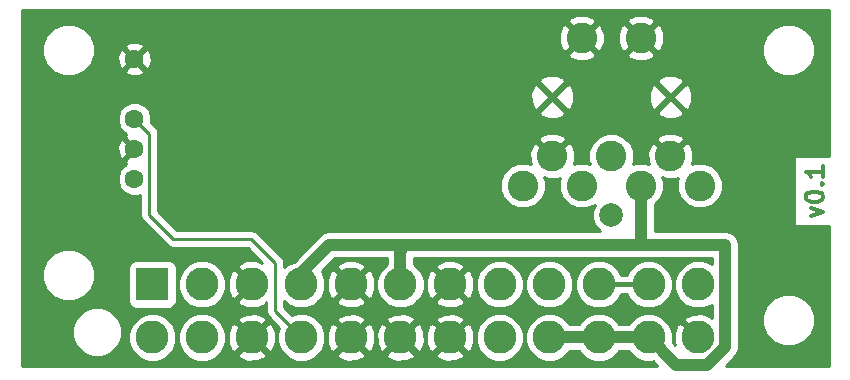
<source format=gtl>
G04 #@! TF.FileFunction,Copper,L1,Top,Signal*
%FSLAX46Y46*%
G04 Gerber Fmt 4.6, Leading zero omitted, Abs format (unit mm)*
G04 Created by KiCad (PCBNEW 4.0.7) date 07/10/18 00:50:01*
%MOMM*%
%LPD*%
G01*
G04 APERTURE LIST*
%ADD10C,0.100000*%
%ADD11C,0.300000*%
%ADD12C,2.600000*%
%ADD13C,2.000000*%
%ADD14R,2.800000X2.800000*%
%ADD15C,2.800000*%
%ADD16C,1.600000*%
%ADD17C,0.391000*%
%ADD18C,1.020000*%
%ADD19C,0.250000*%
%ADD20C,0.254000*%
G04 APERTURE END LIST*
D10*
D11*
X183574571Y-116950856D02*
X184574571Y-116593713D01*
X183574571Y-116236571D01*
X183074571Y-115379428D02*
X183074571Y-115236571D01*
X183146000Y-115093714D01*
X183217429Y-115022285D01*
X183360286Y-114950856D01*
X183646000Y-114879428D01*
X184003143Y-114879428D01*
X184288857Y-114950856D01*
X184431714Y-115022285D01*
X184503143Y-115093714D01*
X184574571Y-115236571D01*
X184574571Y-115379428D01*
X184503143Y-115522285D01*
X184431714Y-115593714D01*
X184288857Y-115665142D01*
X184003143Y-115736571D01*
X183646000Y-115736571D01*
X183360286Y-115665142D01*
X183217429Y-115593714D01*
X183146000Y-115522285D01*
X183074571Y-115379428D01*
X184431714Y-114236571D02*
X184503143Y-114165143D01*
X184574571Y-114236571D01*
X184503143Y-114308000D01*
X184431714Y-114236571D01*
X184574571Y-114236571D01*
X184574571Y-112736571D02*
X184574571Y-113593714D01*
X184574571Y-113165142D02*
X183074571Y-113165142D01*
X183288857Y-113307999D01*
X183431714Y-113450857D01*
X183503143Y-113593714D01*
D12*
X169124000Y-101854000D03*
X164124000Y-101854000D03*
X161624000Y-111854000D03*
X166624000Y-111854000D03*
X171624000Y-111854000D03*
X164124000Y-114354000D03*
X169124000Y-114354000D03*
X159124000Y-114354000D03*
X174124000Y-114354000D03*
D13*
X166624000Y-116854000D03*
D14*
X127776000Y-122718000D03*
D15*
X131976000Y-122718000D03*
X136176000Y-122718000D03*
X140376000Y-122718000D03*
X144576000Y-122718000D03*
X148776000Y-122718000D03*
X152976000Y-122718000D03*
X157176000Y-122718000D03*
X161376000Y-122718000D03*
X165576000Y-122718000D03*
X169776000Y-122718000D03*
X173976000Y-122718000D03*
X127776000Y-127218000D03*
X131976000Y-127218000D03*
X136176000Y-127218000D03*
X140376000Y-127218000D03*
X144576000Y-127218000D03*
X148776000Y-127218000D03*
X152976000Y-127218000D03*
X157176000Y-127218000D03*
X161376000Y-127218000D03*
X165576000Y-127218000D03*
X169776000Y-127218000D03*
X173976000Y-127218000D03*
D16*
X126254000Y-103632000D03*
X126254000Y-113792000D03*
X126254000Y-111252000D03*
X126254000Y-108712000D03*
D17*
X165576000Y-122718000D02*
X169776000Y-122718000D01*
D18*
X169124000Y-114354000D02*
X169164000Y-114394000D01*
X169164000Y-114394000D02*
X169164000Y-119380000D01*
X148776000Y-122718000D02*
X148776000Y-119380000D01*
X148844000Y-119888000D02*
X148844000Y-119380000D01*
X148844000Y-119448000D02*
X148844000Y-119888000D01*
X148776000Y-119380000D02*
X148844000Y-119448000D01*
X140376000Y-122718000D02*
X140376000Y-121752000D01*
X140376000Y-121752000D02*
X142748000Y-119380000D01*
X142748000Y-119380000D02*
X148844000Y-119380000D01*
X148844000Y-119380000D02*
X169164000Y-119380000D01*
X169164000Y-119380000D02*
X174150000Y-119380000D01*
X172098000Y-129540000D02*
X169776000Y-127218000D01*
X174752000Y-129540000D02*
X172098000Y-129540000D01*
X176276000Y-128016000D02*
X174752000Y-129540000D01*
X176276000Y-119380000D02*
X176276000Y-128016000D01*
X174150000Y-119380000D02*
X176276000Y-119380000D01*
X165576000Y-127218000D02*
X161376000Y-127218000D01*
X169776000Y-127218000D02*
X165576000Y-127218000D01*
D19*
X161376000Y-127218000D02*
X161376000Y-127086000D01*
X140376000Y-122718000D02*
X140934000Y-122718000D01*
X140376000Y-127218000D02*
X140376000Y-127168000D01*
X140376000Y-127168000D02*
X138176000Y-124968000D01*
X138176000Y-124968000D02*
X138176000Y-120904000D01*
X138176000Y-120904000D02*
X136144000Y-118872000D01*
X136144000Y-118872000D02*
X129540000Y-118872000D01*
X129540000Y-118872000D02*
X127508000Y-116840000D01*
X127508000Y-116840000D02*
X127508000Y-109966000D01*
X127508000Y-109966000D02*
X126254000Y-108712000D01*
D20*
G36*
X185042000Y-111815857D02*
X182061000Y-111815857D01*
X182061000Y-117800142D01*
X185042000Y-117800142D01*
X185042000Y-129592000D01*
X176319274Y-129592000D01*
X177085637Y-128825638D01*
X177258514Y-128566909D01*
X177333842Y-128454173D01*
X177421000Y-128016000D01*
X177421000Y-126172619D01*
X179374613Y-126172619D01*
X179714155Y-126994372D01*
X180342321Y-127623636D01*
X181163481Y-127964611D01*
X182052619Y-127965387D01*
X182874372Y-127625845D01*
X183503636Y-126997679D01*
X183844611Y-126176519D01*
X183845387Y-125287381D01*
X183505845Y-124465628D01*
X182877679Y-123836364D01*
X182056519Y-123495389D01*
X181167381Y-123494613D01*
X180345628Y-123834155D01*
X179716364Y-124462321D01*
X179375389Y-125283481D01*
X179374613Y-126172619D01*
X177421000Y-126172619D01*
X177421000Y-119380000D01*
X177333842Y-118941827D01*
X177085637Y-118570363D01*
X176714173Y-118322158D01*
X176276000Y-118235000D01*
X170309000Y-118235000D01*
X170309000Y-115905186D01*
X170763457Y-115451521D01*
X171058663Y-114740584D01*
X171059335Y-113970793D01*
X170931222Y-113660735D01*
X171287880Y-113798066D01*
X172057427Y-113778710D01*
X172311372Y-113673523D01*
X172189337Y-113967416D01*
X172188665Y-114737207D01*
X172482630Y-115448658D01*
X173026479Y-115993457D01*
X173737416Y-116288663D01*
X174507207Y-116289335D01*
X175218658Y-115995370D01*
X175763457Y-115451521D01*
X176058663Y-114740584D01*
X176059335Y-113970793D01*
X175765370Y-113259342D01*
X175221521Y-112714543D01*
X174510584Y-112419337D01*
X173740793Y-112418665D01*
X173430735Y-112546778D01*
X173568066Y-112190120D01*
X173548710Y-111420573D01*
X173291455Y-110799504D01*
X172993459Y-110664146D01*
X171803605Y-111854000D01*
X171817748Y-111868143D01*
X171638143Y-112047748D01*
X171624000Y-112033605D01*
X171609858Y-112047748D01*
X171430253Y-111868143D01*
X171444395Y-111854000D01*
X170254541Y-110664146D01*
X169956545Y-110799504D01*
X169679934Y-111517880D01*
X169699290Y-112287427D01*
X169804477Y-112541372D01*
X169510584Y-112419337D01*
X168740793Y-112418665D01*
X168431683Y-112546386D01*
X168558663Y-112240584D01*
X168559335Y-111470793D01*
X168265370Y-110759342D01*
X167991049Y-110484541D01*
X170434146Y-110484541D01*
X171624000Y-111674395D01*
X172813854Y-110484541D01*
X172678496Y-110186545D01*
X171960120Y-109909934D01*
X171190573Y-109929290D01*
X170569504Y-110186545D01*
X170434146Y-110484541D01*
X167991049Y-110484541D01*
X167721521Y-110214543D01*
X167010584Y-109919337D01*
X166240793Y-109918665D01*
X165529342Y-110212630D01*
X164984543Y-110756479D01*
X164689337Y-111467416D01*
X164688665Y-112237207D01*
X164816386Y-112546317D01*
X164510584Y-112419337D01*
X163740793Y-112418665D01*
X163430735Y-112546778D01*
X163568066Y-112190120D01*
X163548710Y-111420573D01*
X163291455Y-110799504D01*
X162993459Y-110664146D01*
X161803605Y-111854000D01*
X161817748Y-111868143D01*
X161638143Y-112047748D01*
X161624000Y-112033605D01*
X161609858Y-112047748D01*
X161430253Y-111868143D01*
X161444395Y-111854000D01*
X160254541Y-110664146D01*
X159956545Y-110799504D01*
X159679934Y-111517880D01*
X159699290Y-112287427D01*
X159804477Y-112541372D01*
X159510584Y-112419337D01*
X158740793Y-112418665D01*
X158029342Y-112712630D01*
X157484543Y-113256479D01*
X157189337Y-113967416D01*
X157188665Y-114737207D01*
X157482630Y-115448658D01*
X158026479Y-115993457D01*
X158737416Y-116288663D01*
X159507207Y-116289335D01*
X160218658Y-115995370D01*
X160763457Y-115451521D01*
X161058663Y-114740584D01*
X161059335Y-113970793D01*
X160931222Y-113660735D01*
X161287880Y-113798066D01*
X162057427Y-113778710D01*
X162311372Y-113673523D01*
X162189337Y-113967416D01*
X162188665Y-114737207D01*
X162482630Y-115448658D01*
X163026479Y-115993457D01*
X163737416Y-116288663D01*
X164507207Y-116289335D01*
X165208426Y-115999598D01*
X164989284Y-116527352D01*
X164988716Y-117177795D01*
X165237106Y-117778943D01*
X165692366Y-118235000D01*
X142748000Y-118235000D01*
X142309828Y-118322157D01*
X141938363Y-118570362D01*
X139722633Y-120786093D01*
X139224771Y-120991805D01*
X138936000Y-121280073D01*
X138936000Y-120904000D01*
X138878148Y-120613161D01*
X138713401Y-120366599D01*
X136681401Y-118334599D01*
X136434839Y-118169852D01*
X136144000Y-118112000D01*
X129854802Y-118112000D01*
X128268000Y-116525198D01*
X128268000Y-110484541D01*
X160434146Y-110484541D01*
X161624000Y-111674395D01*
X162813854Y-110484541D01*
X162678496Y-110186545D01*
X161960120Y-109909934D01*
X161190573Y-109929290D01*
X160569504Y-110186545D01*
X160434146Y-110484541D01*
X128268000Y-110484541D01*
X128268000Y-109966000D01*
X128210148Y-109675161D01*
X128045401Y-109428599D01*
X127667256Y-109050454D01*
X127688750Y-108998691D01*
X127689248Y-108427813D01*
X127574944Y-108151175D01*
X160506430Y-108151175D01*
X160629565Y-108438788D01*
X161311734Y-108698707D01*
X162041443Y-108677786D01*
X162618435Y-108438788D01*
X162741570Y-108151175D01*
X170506430Y-108151175D01*
X170629565Y-108438788D01*
X171311734Y-108698707D01*
X172041443Y-108677786D01*
X172618435Y-108438788D01*
X172741570Y-108151175D01*
X171624000Y-107033605D01*
X170506430Y-108151175D01*
X162741570Y-108151175D01*
X161624000Y-107033605D01*
X160506430Y-108151175D01*
X127574944Y-108151175D01*
X127471243Y-107900200D01*
X127067923Y-107496176D01*
X126540691Y-107277250D01*
X125969813Y-107276752D01*
X125442200Y-107494757D01*
X125038176Y-107898077D01*
X124819250Y-108425309D01*
X124818752Y-108996187D01*
X125036757Y-109523800D01*
X125440077Y-109927824D01*
X125554768Y-109975448D01*
X125499995Y-109998136D01*
X125425861Y-110244255D01*
X126254000Y-111072395D01*
X126268142Y-111058252D01*
X126447748Y-111237858D01*
X126433605Y-111252000D01*
X126447748Y-111266143D01*
X126268142Y-111445748D01*
X126254000Y-111431605D01*
X125425861Y-112259745D01*
X125499995Y-112505864D01*
X125558254Y-112526805D01*
X125442200Y-112574757D01*
X125038176Y-112978077D01*
X124819250Y-113505309D01*
X124818752Y-114076187D01*
X125036757Y-114603800D01*
X125440077Y-115007824D01*
X125967309Y-115226750D01*
X126538187Y-115227248D01*
X126748000Y-115140555D01*
X126748000Y-116840000D01*
X126805852Y-117130839D01*
X126970599Y-117377401D01*
X129002599Y-119409401D01*
X129249161Y-119574148D01*
X129540000Y-119632000D01*
X135829198Y-119632000D01*
X137085324Y-120888126D01*
X136535969Y-120674595D01*
X135726591Y-120692386D01*
X135061455Y-120967894D01*
X134913882Y-121276276D01*
X136176000Y-122538395D01*
X136190142Y-122524252D01*
X136369748Y-122703858D01*
X136355605Y-122718000D01*
X136369748Y-122732142D01*
X136190142Y-122911748D01*
X136176000Y-122897605D01*
X134913882Y-124159724D01*
X135061455Y-124468106D01*
X135816031Y-124761405D01*
X136625409Y-124743614D01*
X137290545Y-124468106D01*
X137416000Y-124205944D01*
X137416000Y-124968000D01*
X137473852Y-125258839D01*
X137638599Y-125505401D01*
X138518359Y-126385161D01*
X138341354Y-126811438D01*
X138340648Y-127621011D01*
X138649805Y-128369229D01*
X139221760Y-128942183D01*
X139969438Y-129252646D01*
X140779011Y-129253352D01*
X141527229Y-128944195D01*
X141812196Y-128659724D01*
X143313882Y-128659724D01*
X143461455Y-128968106D01*
X144216031Y-129261405D01*
X145025409Y-129243614D01*
X145690545Y-128968106D01*
X145838118Y-128659724D01*
X147513882Y-128659724D01*
X147661455Y-128968106D01*
X148416031Y-129261405D01*
X149225409Y-129243614D01*
X149890545Y-128968106D01*
X150038118Y-128659724D01*
X151713882Y-128659724D01*
X151861455Y-128968106D01*
X152616031Y-129261405D01*
X153425409Y-129243614D01*
X154090545Y-128968106D01*
X154238118Y-128659724D01*
X152976000Y-127397605D01*
X151713882Y-128659724D01*
X150038118Y-128659724D01*
X148776000Y-127397605D01*
X147513882Y-128659724D01*
X145838118Y-128659724D01*
X144576000Y-127397605D01*
X143313882Y-128659724D01*
X141812196Y-128659724D01*
X142100183Y-128372240D01*
X142410646Y-127624562D01*
X142411314Y-126858031D01*
X142532595Y-126858031D01*
X142550386Y-127667409D01*
X142825894Y-128332545D01*
X143134276Y-128480118D01*
X144396395Y-127218000D01*
X144755605Y-127218000D01*
X146017724Y-128480118D01*
X146326106Y-128332545D01*
X146619405Y-127577969D01*
X146603580Y-126858031D01*
X146732595Y-126858031D01*
X146750386Y-127667409D01*
X147025894Y-128332545D01*
X147334276Y-128480118D01*
X148596395Y-127218000D01*
X148955605Y-127218000D01*
X150217724Y-128480118D01*
X150526106Y-128332545D01*
X150819405Y-127577969D01*
X150803580Y-126858031D01*
X150932595Y-126858031D01*
X150950386Y-127667409D01*
X151225894Y-128332545D01*
X151534276Y-128480118D01*
X152796395Y-127218000D01*
X153155605Y-127218000D01*
X154417724Y-128480118D01*
X154726106Y-128332545D01*
X155002674Y-127621011D01*
X155140648Y-127621011D01*
X155449805Y-128369229D01*
X156021760Y-128942183D01*
X156769438Y-129252646D01*
X157579011Y-129253352D01*
X158327229Y-128944195D01*
X158900183Y-128372240D01*
X159210646Y-127624562D01*
X159211352Y-126814989D01*
X158902195Y-126066771D01*
X158330240Y-125493817D01*
X157582562Y-125183354D01*
X156772989Y-125182648D01*
X156024771Y-125491805D01*
X155451817Y-126063760D01*
X155141354Y-126811438D01*
X155140648Y-127621011D01*
X155002674Y-127621011D01*
X155019405Y-127577969D01*
X155001614Y-126768591D01*
X154726106Y-126103455D01*
X154417724Y-125955882D01*
X153155605Y-127218000D01*
X152796395Y-127218000D01*
X151534276Y-125955882D01*
X151225894Y-126103455D01*
X150932595Y-126858031D01*
X150803580Y-126858031D01*
X150801614Y-126768591D01*
X150526106Y-126103455D01*
X150217724Y-125955882D01*
X148955605Y-127218000D01*
X148596395Y-127218000D01*
X147334276Y-125955882D01*
X147025894Y-126103455D01*
X146732595Y-126858031D01*
X146603580Y-126858031D01*
X146601614Y-126768591D01*
X146326106Y-126103455D01*
X146017724Y-125955882D01*
X144755605Y-127218000D01*
X144396395Y-127218000D01*
X143134276Y-125955882D01*
X142825894Y-126103455D01*
X142532595Y-126858031D01*
X142411314Y-126858031D01*
X142411352Y-126814989D01*
X142102195Y-126066771D01*
X141812207Y-125776276D01*
X143313882Y-125776276D01*
X144576000Y-127038395D01*
X145838118Y-125776276D01*
X147513882Y-125776276D01*
X148776000Y-127038395D01*
X150038118Y-125776276D01*
X151713882Y-125776276D01*
X152976000Y-127038395D01*
X154238118Y-125776276D01*
X154090545Y-125467894D01*
X153335969Y-125174595D01*
X152526591Y-125192386D01*
X151861455Y-125467894D01*
X151713882Y-125776276D01*
X150038118Y-125776276D01*
X149890545Y-125467894D01*
X149135969Y-125174595D01*
X148326591Y-125192386D01*
X147661455Y-125467894D01*
X147513882Y-125776276D01*
X145838118Y-125776276D01*
X145690545Y-125467894D01*
X144935969Y-125174595D01*
X144126591Y-125192386D01*
X143461455Y-125467894D01*
X143313882Y-125776276D01*
X141812207Y-125776276D01*
X141530240Y-125493817D01*
X140782562Y-125183354D01*
X139972989Y-125182648D01*
X139613845Y-125331043D01*
X138936000Y-124653198D01*
X138936000Y-124155924D01*
X139221760Y-124442183D01*
X139969438Y-124752646D01*
X140779011Y-124753352D01*
X141527229Y-124444195D01*
X141812196Y-124159724D01*
X143313882Y-124159724D01*
X143461455Y-124468106D01*
X144216031Y-124761405D01*
X145025409Y-124743614D01*
X145690545Y-124468106D01*
X145838118Y-124159724D01*
X144576000Y-122897605D01*
X143313882Y-124159724D01*
X141812196Y-124159724D01*
X142100183Y-123872240D01*
X142410646Y-123124562D01*
X142411314Y-122358031D01*
X142532595Y-122358031D01*
X142550386Y-123167409D01*
X142825894Y-123832545D01*
X143134276Y-123980118D01*
X144396395Y-122718000D01*
X144755605Y-122718000D01*
X146017724Y-123980118D01*
X146326106Y-123832545D01*
X146619405Y-123077969D01*
X146601614Y-122268591D01*
X146326106Y-121603455D01*
X146017724Y-121455882D01*
X144755605Y-122718000D01*
X144396395Y-122718000D01*
X143134276Y-121455882D01*
X142825894Y-121603455D01*
X142532595Y-122358031D01*
X142411314Y-122358031D01*
X142411352Y-122314989D01*
X142125091Y-121622183D01*
X142470998Y-121276276D01*
X143313882Y-121276276D01*
X144576000Y-122538395D01*
X145838118Y-121276276D01*
X145690545Y-120967894D01*
X144935969Y-120674595D01*
X144126591Y-120692386D01*
X143461455Y-120967894D01*
X143313882Y-121276276D01*
X142470998Y-121276276D01*
X143222275Y-120525000D01*
X147631000Y-120525000D01*
X147631000Y-120989231D01*
X147624771Y-120991805D01*
X147051817Y-121563760D01*
X146741354Y-122311438D01*
X146740648Y-123121011D01*
X147049805Y-123869229D01*
X147621760Y-124442183D01*
X148369438Y-124752646D01*
X149179011Y-124753352D01*
X149927229Y-124444195D01*
X150212196Y-124159724D01*
X151713882Y-124159724D01*
X151861455Y-124468106D01*
X152616031Y-124761405D01*
X153425409Y-124743614D01*
X154090545Y-124468106D01*
X154238118Y-124159724D01*
X152976000Y-122897605D01*
X151713882Y-124159724D01*
X150212196Y-124159724D01*
X150500183Y-123872240D01*
X150810646Y-123124562D01*
X150811314Y-122358031D01*
X150932595Y-122358031D01*
X150950386Y-123167409D01*
X151225894Y-123832545D01*
X151534276Y-123980118D01*
X152796395Y-122718000D01*
X153155605Y-122718000D01*
X154417724Y-123980118D01*
X154726106Y-123832545D01*
X155002674Y-123121011D01*
X155140648Y-123121011D01*
X155449805Y-123869229D01*
X156021760Y-124442183D01*
X156769438Y-124752646D01*
X157579011Y-124753352D01*
X158327229Y-124444195D01*
X158900183Y-123872240D01*
X159210646Y-123124562D01*
X159210649Y-123121011D01*
X159340648Y-123121011D01*
X159649805Y-123869229D01*
X160221760Y-124442183D01*
X160969438Y-124752646D01*
X161779011Y-124753352D01*
X162527229Y-124444195D01*
X163100183Y-123872240D01*
X163410646Y-123124562D01*
X163410649Y-123121011D01*
X163540648Y-123121011D01*
X163849805Y-123869229D01*
X164421760Y-124442183D01*
X165169438Y-124752646D01*
X165979011Y-124753352D01*
X166727229Y-124444195D01*
X167300183Y-123872240D01*
X167434612Y-123548500D01*
X167917283Y-123548500D01*
X168049805Y-123869229D01*
X168621760Y-124442183D01*
X169369438Y-124752646D01*
X170179011Y-124753352D01*
X170927229Y-124444195D01*
X171500183Y-123872240D01*
X171810646Y-123124562D01*
X171811352Y-122314989D01*
X171502195Y-121566771D01*
X170930240Y-120993817D01*
X170182562Y-120683354D01*
X169372989Y-120682648D01*
X168624771Y-120991805D01*
X168051817Y-121563760D01*
X167917388Y-121887500D01*
X167434717Y-121887500D01*
X167302195Y-121566771D01*
X166730240Y-120993817D01*
X165982562Y-120683354D01*
X165172989Y-120682648D01*
X164424771Y-120991805D01*
X163851817Y-121563760D01*
X163541354Y-122311438D01*
X163540648Y-123121011D01*
X163410649Y-123121011D01*
X163411352Y-122314989D01*
X163102195Y-121566771D01*
X162530240Y-120993817D01*
X161782562Y-120683354D01*
X160972989Y-120682648D01*
X160224771Y-120991805D01*
X159651817Y-121563760D01*
X159341354Y-122311438D01*
X159340648Y-123121011D01*
X159210649Y-123121011D01*
X159211352Y-122314989D01*
X158902195Y-121566771D01*
X158330240Y-120993817D01*
X157582562Y-120683354D01*
X156772989Y-120682648D01*
X156024771Y-120991805D01*
X155451817Y-121563760D01*
X155141354Y-122311438D01*
X155140648Y-123121011D01*
X155002674Y-123121011D01*
X155019405Y-123077969D01*
X155001614Y-122268591D01*
X154726106Y-121603455D01*
X154417724Y-121455882D01*
X153155605Y-122718000D01*
X152796395Y-122718000D01*
X151534276Y-121455882D01*
X151225894Y-121603455D01*
X150932595Y-122358031D01*
X150811314Y-122358031D01*
X150811352Y-122314989D01*
X150502195Y-121566771D01*
X150212207Y-121276276D01*
X151713882Y-121276276D01*
X152976000Y-122538395D01*
X154238118Y-121276276D01*
X154090545Y-120967894D01*
X153335969Y-120674595D01*
X152526591Y-120692386D01*
X151861455Y-120967894D01*
X151713882Y-121276276D01*
X150212207Y-121276276D01*
X149930240Y-120993817D01*
X149921000Y-120989980D01*
X149921000Y-120525000D01*
X175131000Y-120525000D01*
X175131000Y-120994578D01*
X175130240Y-120993817D01*
X174382562Y-120683354D01*
X173572989Y-120682648D01*
X172824771Y-120991805D01*
X172251817Y-121563760D01*
X171941354Y-122311438D01*
X171940648Y-123121011D01*
X172249805Y-123869229D01*
X172821760Y-124442183D01*
X173569438Y-124752646D01*
X174379011Y-124753352D01*
X175127229Y-124444195D01*
X175131000Y-124440431D01*
X175131000Y-125552432D01*
X175090545Y-125467894D01*
X174335969Y-125174595D01*
X173526591Y-125192386D01*
X172861455Y-125467894D01*
X172713882Y-125776276D01*
X173976000Y-127038395D01*
X173990142Y-127024252D01*
X174169748Y-127203858D01*
X174155605Y-127218000D01*
X174169748Y-127232143D01*
X173990142Y-127411748D01*
X173976000Y-127397605D01*
X173961858Y-127411748D01*
X173782252Y-127232142D01*
X173796395Y-127218000D01*
X172534276Y-125955882D01*
X172225894Y-126103455D01*
X171932595Y-126858031D01*
X171950386Y-127667409D01*
X172025129Y-127847855D01*
X171808061Y-127630787D01*
X171810646Y-127624562D01*
X171811352Y-126814989D01*
X171502195Y-126066771D01*
X170930240Y-125493817D01*
X170182562Y-125183354D01*
X169372989Y-125182648D01*
X168624771Y-125491805D01*
X168051817Y-126063760D01*
X168047980Y-126073000D01*
X167304769Y-126073000D01*
X167302195Y-126066771D01*
X166730240Y-125493817D01*
X165982562Y-125183354D01*
X165172989Y-125182648D01*
X164424771Y-125491805D01*
X163851817Y-126063760D01*
X163847980Y-126073000D01*
X163104769Y-126073000D01*
X163102195Y-126066771D01*
X162530240Y-125493817D01*
X161782562Y-125183354D01*
X160972989Y-125182648D01*
X160224771Y-125491805D01*
X159651817Y-126063760D01*
X159341354Y-126811438D01*
X159340648Y-127621011D01*
X159649805Y-128369229D01*
X160221760Y-128942183D01*
X160969438Y-129252646D01*
X161779011Y-129253352D01*
X162527229Y-128944195D01*
X163100183Y-128372240D01*
X163104020Y-128363000D01*
X163847231Y-128363000D01*
X163849805Y-128369229D01*
X164421760Y-128942183D01*
X165169438Y-129252646D01*
X165979011Y-129253352D01*
X166727229Y-128944195D01*
X167300183Y-128372240D01*
X167304020Y-128363000D01*
X168047231Y-128363000D01*
X168049805Y-128369229D01*
X168621760Y-128942183D01*
X169369438Y-129252646D01*
X170179011Y-129253352D01*
X170188257Y-129249531D01*
X170530726Y-129592000D01*
X116710000Y-129592000D01*
X116710000Y-127180815D01*
X120940630Y-127180815D01*
X121264980Y-127965800D01*
X121865041Y-128566909D01*
X122649459Y-128892628D01*
X123498815Y-128893370D01*
X124283800Y-128569020D01*
X124884909Y-127968959D01*
X125029389Y-127621011D01*
X125740648Y-127621011D01*
X126049805Y-128369229D01*
X126621760Y-128942183D01*
X127369438Y-129252646D01*
X128179011Y-129253352D01*
X128927229Y-128944195D01*
X129500183Y-128372240D01*
X129810646Y-127624562D01*
X129810649Y-127621011D01*
X129940648Y-127621011D01*
X130249805Y-128369229D01*
X130821760Y-128942183D01*
X131569438Y-129252646D01*
X132379011Y-129253352D01*
X133127229Y-128944195D01*
X133412196Y-128659724D01*
X134913882Y-128659724D01*
X135061455Y-128968106D01*
X135816031Y-129261405D01*
X136625409Y-129243614D01*
X137290545Y-128968106D01*
X137438118Y-128659724D01*
X136176000Y-127397605D01*
X134913882Y-128659724D01*
X133412196Y-128659724D01*
X133700183Y-128372240D01*
X134010646Y-127624562D01*
X134011314Y-126858031D01*
X134132595Y-126858031D01*
X134150386Y-127667409D01*
X134425894Y-128332545D01*
X134734276Y-128480118D01*
X135996395Y-127218000D01*
X136355605Y-127218000D01*
X137617724Y-128480118D01*
X137926106Y-128332545D01*
X138219405Y-127577969D01*
X138201614Y-126768591D01*
X137926106Y-126103455D01*
X137617724Y-125955882D01*
X136355605Y-127218000D01*
X135996395Y-127218000D01*
X134734276Y-125955882D01*
X134425894Y-126103455D01*
X134132595Y-126858031D01*
X134011314Y-126858031D01*
X134011352Y-126814989D01*
X133702195Y-126066771D01*
X133412207Y-125776276D01*
X134913882Y-125776276D01*
X136176000Y-127038395D01*
X137438118Y-125776276D01*
X137290545Y-125467894D01*
X136535969Y-125174595D01*
X135726591Y-125192386D01*
X135061455Y-125467894D01*
X134913882Y-125776276D01*
X133412207Y-125776276D01*
X133130240Y-125493817D01*
X132382562Y-125183354D01*
X131572989Y-125182648D01*
X130824771Y-125491805D01*
X130251817Y-126063760D01*
X129941354Y-126811438D01*
X129940648Y-127621011D01*
X129810649Y-127621011D01*
X129811352Y-126814989D01*
X129502195Y-126066771D01*
X128930240Y-125493817D01*
X128182562Y-125183354D01*
X127372989Y-125182648D01*
X126624771Y-125491805D01*
X126051817Y-126063760D01*
X125741354Y-126811438D01*
X125740648Y-127621011D01*
X125029389Y-127621011D01*
X125210628Y-127184541D01*
X125211370Y-126335185D01*
X124887020Y-125550200D01*
X124286959Y-124949091D01*
X123502541Y-124623372D01*
X122653185Y-124622630D01*
X121868200Y-124946980D01*
X121267091Y-125547041D01*
X120941372Y-126331459D01*
X120940630Y-127180815D01*
X116710000Y-127180815D01*
X116710000Y-122362619D01*
X118414613Y-122362619D01*
X118754155Y-123184372D01*
X119382321Y-123813636D01*
X120203481Y-124154611D01*
X121092619Y-124155387D01*
X121914372Y-123815845D01*
X122543636Y-123187679D01*
X122884611Y-122366519D01*
X122885387Y-121477381D01*
X122819533Y-121318000D01*
X125728560Y-121318000D01*
X125728560Y-124118000D01*
X125772838Y-124353317D01*
X125911910Y-124569441D01*
X126124110Y-124714431D01*
X126376000Y-124765440D01*
X129176000Y-124765440D01*
X129411317Y-124721162D01*
X129627441Y-124582090D01*
X129772431Y-124369890D01*
X129823440Y-124118000D01*
X129823440Y-123121011D01*
X129940648Y-123121011D01*
X130249805Y-123869229D01*
X130821760Y-124442183D01*
X131569438Y-124752646D01*
X132379011Y-124753352D01*
X133127229Y-124444195D01*
X133700183Y-123872240D01*
X134010646Y-123124562D01*
X134011314Y-122358031D01*
X134132595Y-122358031D01*
X134150386Y-123167409D01*
X134425894Y-123832545D01*
X134734276Y-123980118D01*
X135996395Y-122718000D01*
X134734276Y-121455882D01*
X134425894Y-121603455D01*
X134132595Y-122358031D01*
X134011314Y-122358031D01*
X134011352Y-122314989D01*
X133702195Y-121566771D01*
X133130240Y-120993817D01*
X132382562Y-120683354D01*
X131572989Y-120682648D01*
X130824771Y-120991805D01*
X130251817Y-121563760D01*
X129941354Y-122311438D01*
X129940648Y-123121011D01*
X129823440Y-123121011D01*
X129823440Y-121318000D01*
X129779162Y-121082683D01*
X129640090Y-120866559D01*
X129427890Y-120721569D01*
X129176000Y-120670560D01*
X126376000Y-120670560D01*
X126140683Y-120714838D01*
X125924559Y-120853910D01*
X125779569Y-121066110D01*
X125728560Y-121318000D01*
X122819533Y-121318000D01*
X122545845Y-120655628D01*
X121917679Y-120026364D01*
X121096519Y-119685389D01*
X120207381Y-119684613D01*
X119385628Y-120024155D01*
X118756364Y-120652321D01*
X118415389Y-121473481D01*
X118414613Y-122362619D01*
X116710000Y-122362619D01*
X116710000Y-111035223D01*
X124807035Y-111035223D01*
X124834222Y-111605454D01*
X125000136Y-112006005D01*
X125246255Y-112080139D01*
X126074395Y-111252000D01*
X125246255Y-110423861D01*
X125000136Y-110497995D01*
X124807035Y-111035223D01*
X116710000Y-111035223D01*
X116710000Y-106541734D01*
X159779293Y-106541734D01*
X159800214Y-107271443D01*
X160039212Y-107848435D01*
X160326825Y-107971570D01*
X161444395Y-106854000D01*
X161803605Y-106854000D01*
X162921175Y-107971570D01*
X163208788Y-107848435D01*
X163468707Y-107166266D01*
X163450802Y-106541734D01*
X169779293Y-106541734D01*
X169800214Y-107271443D01*
X170039212Y-107848435D01*
X170326825Y-107971570D01*
X171444395Y-106854000D01*
X171803605Y-106854000D01*
X172921175Y-107971570D01*
X173208788Y-107848435D01*
X173468707Y-107166266D01*
X173447786Y-106436557D01*
X173208788Y-105859565D01*
X172921175Y-105736430D01*
X171803605Y-106854000D01*
X171444395Y-106854000D01*
X170326825Y-105736430D01*
X170039212Y-105859565D01*
X169779293Y-106541734D01*
X163450802Y-106541734D01*
X163447786Y-106436557D01*
X163208788Y-105859565D01*
X162921175Y-105736430D01*
X161803605Y-106854000D01*
X161444395Y-106854000D01*
X160326825Y-105736430D01*
X160039212Y-105859565D01*
X159779293Y-106541734D01*
X116710000Y-106541734D01*
X116710000Y-105556825D01*
X160506430Y-105556825D01*
X161624000Y-106674395D01*
X162741570Y-105556825D01*
X170506430Y-105556825D01*
X171624000Y-106674395D01*
X172741570Y-105556825D01*
X172618435Y-105269212D01*
X171936266Y-105009293D01*
X171206557Y-105030214D01*
X170629565Y-105269212D01*
X170506430Y-105556825D01*
X162741570Y-105556825D01*
X162618435Y-105269212D01*
X161936266Y-105009293D01*
X161206557Y-105030214D01*
X160629565Y-105269212D01*
X160506430Y-105556825D01*
X116710000Y-105556825D01*
X116710000Y-103312619D01*
X118414613Y-103312619D01*
X118754155Y-104134372D01*
X119382321Y-104763636D01*
X120203481Y-105104611D01*
X121092619Y-105105387D01*
X121914372Y-104765845D01*
X122040692Y-104639745D01*
X125425861Y-104639745D01*
X125499995Y-104885864D01*
X126037223Y-105078965D01*
X126607454Y-105051778D01*
X127008005Y-104885864D01*
X127082139Y-104639745D01*
X126254000Y-103811605D01*
X125425861Y-104639745D01*
X122040692Y-104639745D01*
X122543636Y-104137679D01*
X122843625Y-103415223D01*
X124807035Y-103415223D01*
X124834222Y-103985454D01*
X125000136Y-104386005D01*
X125246255Y-104460139D01*
X126074395Y-103632000D01*
X126433605Y-103632000D01*
X127261745Y-104460139D01*
X127507864Y-104386005D01*
X127700965Y-103848777D01*
X127673778Y-103278546D01*
X127650961Y-103223459D01*
X162934146Y-103223459D01*
X163069504Y-103521455D01*
X163787880Y-103798066D01*
X164557427Y-103778710D01*
X165178496Y-103521455D01*
X165313854Y-103223459D01*
X167934146Y-103223459D01*
X168069504Y-103521455D01*
X168787880Y-103798066D01*
X169557427Y-103778710D01*
X170178496Y-103521455D01*
X170273355Y-103312619D01*
X179374613Y-103312619D01*
X179714155Y-104134372D01*
X180342321Y-104763636D01*
X181163481Y-105104611D01*
X182052619Y-105105387D01*
X182874372Y-104765845D01*
X183503636Y-104137679D01*
X183844611Y-103316519D01*
X183845387Y-102427381D01*
X183505845Y-101605628D01*
X182877679Y-100976364D01*
X182056519Y-100635389D01*
X181167381Y-100634613D01*
X180345628Y-100974155D01*
X179716364Y-101602321D01*
X179375389Y-102423481D01*
X179374613Y-103312619D01*
X170273355Y-103312619D01*
X170313854Y-103223459D01*
X169124000Y-102033605D01*
X167934146Y-103223459D01*
X165313854Y-103223459D01*
X164124000Y-102033605D01*
X162934146Y-103223459D01*
X127650961Y-103223459D01*
X127507864Y-102877995D01*
X127261745Y-102803861D01*
X126433605Y-103632000D01*
X126074395Y-103632000D01*
X125246255Y-102803861D01*
X125000136Y-102877995D01*
X124807035Y-103415223D01*
X122843625Y-103415223D01*
X122884611Y-103316519D01*
X122885215Y-102624255D01*
X125425861Y-102624255D01*
X126254000Y-103452395D01*
X127082139Y-102624255D01*
X127008005Y-102378136D01*
X126470777Y-102185035D01*
X125900546Y-102212222D01*
X125499995Y-102378136D01*
X125425861Y-102624255D01*
X122885215Y-102624255D01*
X122885387Y-102427381D01*
X122545845Y-101605628D01*
X122458251Y-101517880D01*
X162179934Y-101517880D01*
X162199290Y-102287427D01*
X162456545Y-102908496D01*
X162754541Y-103043854D01*
X163944395Y-101854000D01*
X164303605Y-101854000D01*
X165493459Y-103043854D01*
X165791455Y-102908496D01*
X166068066Y-102190120D01*
X166051158Y-101517880D01*
X167179934Y-101517880D01*
X167199290Y-102287427D01*
X167456545Y-102908496D01*
X167754541Y-103043854D01*
X168944395Y-101854000D01*
X169303605Y-101854000D01*
X170493459Y-103043854D01*
X170791455Y-102908496D01*
X171068066Y-102190120D01*
X171048710Y-101420573D01*
X170791455Y-100799504D01*
X170493459Y-100664146D01*
X169303605Y-101854000D01*
X168944395Y-101854000D01*
X167754541Y-100664146D01*
X167456545Y-100799504D01*
X167179934Y-101517880D01*
X166051158Y-101517880D01*
X166048710Y-101420573D01*
X165791455Y-100799504D01*
X165493459Y-100664146D01*
X164303605Y-101854000D01*
X163944395Y-101854000D01*
X162754541Y-100664146D01*
X162456545Y-100799504D01*
X162179934Y-101517880D01*
X122458251Y-101517880D01*
X121917679Y-100976364D01*
X121096519Y-100635389D01*
X120207381Y-100634613D01*
X119385628Y-100974155D01*
X118756364Y-101602321D01*
X118415389Y-102423481D01*
X118414613Y-103312619D01*
X116710000Y-103312619D01*
X116710000Y-100484541D01*
X162934146Y-100484541D01*
X164124000Y-101674395D01*
X165313854Y-100484541D01*
X167934146Y-100484541D01*
X169124000Y-101674395D01*
X170313854Y-100484541D01*
X170178496Y-100186545D01*
X169460120Y-99909934D01*
X168690573Y-99929290D01*
X168069504Y-100186545D01*
X167934146Y-100484541D01*
X165313854Y-100484541D01*
X165178496Y-100186545D01*
X164460120Y-99909934D01*
X163690573Y-99929290D01*
X163069504Y-100186545D01*
X162934146Y-100484541D01*
X116710000Y-100484541D01*
X116710000Y-99516000D01*
X185042000Y-99516000D01*
X185042000Y-111815857D01*
X185042000Y-111815857D01*
G37*
X185042000Y-111815857D02*
X182061000Y-111815857D01*
X182061000Y-117800142D01*
X185042000Y-117800142D01*
X185042000Y-129592000D01*
X176319274Y-129592000D01*
X177085637Y-128825638D01*
X177258514Y-128566909D01*
X177333842Y-128454173D01*
X177421000Y-128016000D01*
X177421000Y-126172619D01*
X179374613Y-126172619D01*
X179714155Y-126994372D01*
X180342321Y-127623636D01*
X181163481Y-127964611D01*
X182052619Y-127965387D01*
X182874372Y-127625845D01*
X183503636Y-126997679D01*
X183844611Y-126176519D01*
X183845387Y-125287381D01*
X183505845Y-124465628D01*
X182877679Y-123836364D01*
X182056519Y-123495389D01*
X181167381Y-123494613D01*
X180345628Y-123834155D01*
X179716364Y-124462321D01*
X179375389Y-125283481D01*
X179374613Y-126172619D01*
X177421000Y-126172619D01*
X177421000Y-119380000D01*
X177333842Y-118941827D01*
X177085637Y-118570363D01*
X176714173Y-118322158D01*
X176276000Y-118235000D01*
X170309000Y-118235000D01*
X170309000Y-115905186D01*
X170763457Y-115451521D01*
X171058663Y-114740584D01*
X171059335Y-113970793D01*
X170931222Y-113660735D01*
X171287880Y-113798066D01*
X172057427Y-113778710D01*
X172311372Y-113673523D01*
X172189337Y-113967416D01*
X172188665Y-114737207D01*
X172482630Y-115448658D01*
X173026479Y-115993457D01*
X173737416Y-116288663D01*
X174507207Y-116289335D01*
X175218658Y-115995370D01*
X175763457Y-115451521D01*
X176058663Y-114740584D01*
X176059335Y-113970793D01*
X175765370Y-113259342D01*
X175221521Y-112714543D01*
X174510584Y-112419337D01*
X173740793Y-112418665D01*
X173430735Y-112546778D01*
X173568066Y-112190120D01*
X173548710Y-111420573D01*
X173291455Y-110799504D01*
X172993459Y-110664146D01*
X171803605Y-111854000D01*
X171817748Y-111868143D01*
X171638143Y-112047748D01*
X171624000Y-112033605D01*
X171609858Y-112047748D01*
X171430253Y-111868143D01*
X171444395Y-111854000D01*
X170254541Y-110664146D01*
X169956545Y-110799504D01*
X169679934Y-111517880D01*
X169699290Y-112287427D01*
X169804477Y-112541372D01*
X169510584Y-112419337D01*
X168740793Y-112418665D01*
X168431683Y-112546386D01*
X168558663Y-112240584D01*
X168559335Y-111470793D01*
X168265370Y-110759342D01*
X167991049Y-110484541D01*
X170434146Y-110484541D01*
X171624000Y-111674395D01*
X172813854Y-110484541D01*
X172678496Y-110186545D01*
X171960120Y-109909934D01*
X171190573Y-109929290D01*
X170569504Y-110186545D01*
X170434146Y-110484541D01*
X167991049Y-110484541D01*
X167721521Y-110214543D01*
X167010584Y-109919337D01*
X166240793Y-109918665D01*
X165529342Y-110212630D01*
X164984543Y-110756479D01*
X164689337Y-111467416D01*
X164688665Y-112237207D01*
X164816386Y-112546317D01*
X164510584Y-112419337D01*
X163740793Y-112418665D01*
X163430735Y-112546778D01*
X163568066Y-112190120D01*
X163548710Y-111420573D01*
X163291455Y-110799504D01*
X162993459Y-110664146D01*
X161803605Y-111854000D01*
X161817748Y-111868143D01*
X161638143Y-112047748D01*
X161624000Y-112033605D01*
X161609858Y-112047748D01*
X161430253Y-111868143D01*
X161444395Y-111854000D01*
X160254541Y-110664146D01*
X159956545Y-110799504D01*
X159679934Y-111517880D01*
X159699290Y-112287427D01*
X159804477Y-112541372D01*
X159510584Y-112419337D01*
X158740793Y-112418665D01*
X158029342Y-112712630D01*
X157484543Y-113256479D01*
X157189337Y-113967416D01*
X157188665Y-114737207D01*
X157482630Y-115448658D01*
X158026479Y-115993457D01*
X158737416Y-116288663D01*
X159507207Y-116289335D01*
X160218658Y-115995370D01*
X160763457Y-115451521D01*
X161058663Y-114740584D01*
X161059335Y-113970793D01*
X160931222Y-113660735D01*
X161287880Y-113798066D01*
X162057427Y-113778710D01*
X162311372Y-113673523D01*
X162189337Y-113967416D01*
X162188665Y-114737207D01*
X162482630Y-115448658D01*
X163026479Y-115993457D01*
X163737416Y-116288663D01*
X164507207Y-116289335D01*
X165208426Y-115999598D01*
X164989284Y-116527352D01*
X164988716Y-117177795D01*
X165237106Y-117778943D01*
X165692366Y-118235000D01*
X142748000Y-118235000D01*
X142309828Y-118322157D01*
X141938363Y-118570362D01*
X139722633Y-120786093D01*
X139224771Y-120991805D01*
X138936000Y-121280073D01*
X138936000Y-120904000D01*
X138878148Y-120613161D01*
X138713401Y-120366599D01*
X136681401Y-118334599D01*
X136434839Y-118169852D01*
X136144000Y-118112000D01*
X129854802Y-118112000D01*
X128268000Y-116525198D01*
X128268000Y-110484541D01*
X160434146Y-110484541D01*
X161624000Y-111674395D01*
X162813854Y-110484541D01*
X162678496Y-110186545D01*
X161960120Y-109909934D01*
X161190573Y-109929290D01*
X160569504Y-110186545D01*
X160434146Y-110484541D01*
X128268000Y-110484541D01*
X128268000Y-109966000D01*
X128210148Y-109675161D01*
X128045401Y-109428599D01*
X127667256Y-109050454D01*
X127688750Y-108998691D01*
X127689248Y-108427813D01*
X127574944Y-108151175D01*
X160506430Y-108151175D01*
X160629565Y-108438788D01*
X161311734Y-108698707D01*
X162041443Y-108677786D01*
X162618435Y-108438788D01*
X162741570Y-108151175D01*
X170506430Y-108151175D01*
X170629565Y-108438788D01*
X171311734Y-108698707D01*
X172041443Y-108677786D01*
X172618435Y-108438788D01*
X172741570Y-108151175D01*
X171624000Y-107033605D01*
X170506430Y-108151175D01*
X162741570Y-108151175D01*
X161624000Y-107033605D01*
X160506430Y-108151175D01*
X127574944Y-108151175D01*
X127471243Y-107900200D01*
X127067923Y-107496176D01*
X126540691Y-107277250D01*
X125969813Y-107276752D01*
X125442200Y-107494757D01*
X125038176Y-107898077D01*
X124819250Y-108425309D01*
X124818752Y-108996187D01*
X125036757Y-109523800D01*
X125440077Y-109927824D01*
X125554768Y-109975448D01*
X125499995Y-109998136D01*
X125425861Y-110244255D01*
X126254000Y-111072395D01*
X126268142Y-111058252D01*
X126447748Y-111237858D01*
X126433605Y-111252000D01*
X126447748Y-111266143D01*
X126268142Y-111445748D01*
X126254000Y-111431605D01*
X125425861Y-112259745D01*
X125499995Y-112505864D01*
X125558254Y-112526805D01*
X125442200Y-112574757D01*
X125038176Y-112978077D01*
X124819250Y-113505309D01*
X124818752Y-114076187D01*
X125036757Y-114603800D01*
X125440077Y-115007824D01*
X125967309Y-115226750D01*
X126538187Y-115227248D01*
X126748000Y-115140555D01*
X126748000Y-116840000D01*
X126805852Y-117130839D01*
X126970599Y-117377401D01*
X129002599Y-119409401D01*
X129249161Y-119574148D01*
X129540000Y-119632000D01*
X135829198Y-119632000D01*
X137085324Y-120888126D01*
X136535969Y-120674595D01*
X135726591Y-120692386D01*
X135061455Y-120967894D01*
X134913882Y-121276276D01*
X136176000Y-122538395D01*
X136190142Y-122524252D01*
X136369748Y-122703858D01*
X136355605Y-122718000D01*
X136369748Y-122732142D01*
X136190142Y-122911748D01*
X136176000Y-122897605D01*
X134913882Y-124159724D01*
X135061455Y-124468106D01*
X135816031Y-124761405D01*
X136625409Y-124743614D01*
X137290545Y-124468106D01*
X137416000Y-124205944D01*
X137416000Y-124968000D01*
X137473852Y-125258839D01*
X137638599Y-125505401D01*
X138518359Y-126385161D01*
X138341354Y-126811438D01*
X138340648Y-127621011D01*
X138649805Y-128369229D01*
X139221760Y-128942183D01*
X139969438Y-129252646D01*
X140779011Y-129253352D01*
X141527229Y-128944195D01*
X141812196Y-128659724D01*
X143313882Y-128659724D01*
X143461455Y-128968106D01*
X144216031Y-129261405D01*
X145025409Y-129243614D01*
X145690545Y-128968106D01*
X145838118Y-128659724D01*
X147513882Y-128659724D01*
X147661455Y-128968106D01*
X148416031Y-129261405D01*
X149225409Y-129243614D01*
X149890545Y-128968106D01*
X150038118Y-128659724D01*
X151713882Y-128659724D01*
X151861455Y-128968106D01*
X152616031Y-129261405D01*
X153425409Y-129243614D01*
X154090545Y-128968106D01*
X154238118Y-128659724D01*
X152976000Y-127397605D01*
X151713882Y-128659724D01*
X150038118Y-128659724D01*
X148776000Y-127397605D01*
X147513882Y-128659724D01*
X145838118Y-128659724D01*
X144576000Y-127397605D01*
X143313882Y-128659724D01*
X141812196Y-128659724D01*
X142100183Y-128372240D01*
X142410646Y-127624562D01*
X142411314Y-126858031D01*
X142532595Y-126858031D01*
X142550386Y-127667409D01*
X142825894Y-128332545D01*
X143134276Y-128480118D01*
X144396395Y-127218000D01*
X144755605Y-127218000D01*
X146017724Y-128480118D01*
X146326106Y-128332545D01*
X146619405Y-127577969D01*
X146603580Y-126858031D01*
X146732595Y-126858031D01*
X146750386Y-127667409D01*
X147025894Y-128332545D01*
X147334276Y-128480118D01*
X148596395Y-127218000D01*
X148955605Y-127218000D01*
X150217724Y-128480118D01*
X150526106Y-128332545D01*
X150819405Y-127577969D01*
X150803580Y-126858031D01*
X150932595Y-126858031D01*
X150950386Y-127667409D01*
X151225894Y-128332545D01*
X151534276Y-128480118D01*
X152796395Y-127218000D01*
X153155605Y-127218000D01*
X154417724Y-128480118D01*
X154726106Y-128332545D01*
X155002674Y-127621011D01*
X155140648Y-127621011D01*
X155449805Y-128369229D01*
X156021760Y-128942183D01*
X156769438Y-129252646D01*
X157579011Y-129253352D01*
X158327229Y-128944195D01*
X158900183Y-128372240D01*
X159210646Y-127624562D01*
X159211352Y-126814989D01*
X158902195Y-126066771D01*
X158330240Y-125493817D01*
X157582562Y-125183354D01*
X156772989Y-125182648D01*
X156024771Y-125491805D01*
X155451817Y-126063760D01*
X155141354Y-126811438D01*
X155140648Y-127621011D01*
X155002674Y-127621011D01*
X155019405Y-127577969D01*
X155001614Y-126768591D01*
X154726106Y-126103455D01*
X154417724Y-125955882D01*
X153155605Y-127218000D01*
X152796395Y-127218000D01*
X151534276Y-125955882D01*
X151225894Y-126103455D01*
X150932595Y-126858031D01*
X150803580Y-126858031D01*
X150801614Y-126768591D01*
X150526106Y-126103455D01*
X150217724Y-125955882D01*
X148955605Y-127218000D01*
X148596395Y-127218000D01*
X147334276Y-125955882D01*
X147025894Y-126103455D01*
X146732595Y-126858031D01*
X146603580Y-126858031D01*
X146601614Y-126768591D01*
X146326106Y-126103455D01*
X146017724Y-125955882D01*
X144755605Y-127218000D01*
X144396395Y-127218000D01*
X143134276Y-125955882D01*
X142825894Y-126103455D01*
X142532595Y-126858031D01*
X142411314Y-126858031D01*
X142411352Y-126814989D01*
X142102195Y-126066771D01*
X141812207Y-125776276D01*
X143313882Y-125776276D01*
X144576000Y-127038395D01*
X145838118Y-125776276D01*
X147513882Y-125776276D01*
X148776000Y-127038395D01*
X150038118Y-125776276D01*
X151713882Y-125776276D01*
X152976000Y-127038395D01*
X154238118Y-125776276D01*
X154090545Y-125467894D01*
X153335969Y-125174595D01*
X152526591Y-125192386D01*
X151861455Y-125467894D01*
X151713882Y-125776276D01*
X150038118Y-125776276D01*
X149890545Y-125467894D01*
X149135969Y-125174595D01*
X148326591Y-125192386D01*
X147661455Y-125467894D01*
X147513882Y-125776276D01*
X145838118Y-125776276D01*
X145690545Y-125467894D01*
X144935969Y-125174595D01*
X144126591Y-125192386D01*
X143461455Y-125467894D01*
X143313882Y-125776276D01*
X141812207Y-125776276D01*
X141530240Y-125493817D01*
X140782562Y-125183354D01*
X139972989Y-125182648D01*
X139613845Y-125331043D01*
X138936000Y-124653198D01*
X138936000Y-124155924D01*
X139221760Y-124442183D01*
X139969438Y-124752646D01*
X140779011Y-124753352D01*
X141527229Y-124444195D01*
X141812196Y-124159724D01*
X143313882Y-124159724D01*
X143461455Y-124468106D01*
X144216031Y-124761405D01*
X145025409Y-124743614D01*
X145690545Y-124468106D01*
X145838118Y-124159724D01*
X144576000Y-122897605D01*
X143313882Y-124159724D01*
X141812196Y-124159724D01*
X142100183Y-123872240D01*
X142410646Y-123124562D01*
X142411314Y-122358031D01*
X142532595Y-122358031D01*
X142550386Y-123167409D01*
X142825894Y-123832545D01*
X143134276Y-123980118D01*
X144396395Y-122718000D01*
X144755605Y-122718000D01*
X146017724Y-123980118D01*
X146326106Y-123832545D01*
X146619405Y-123077969D01*
X146601614Y-122268591D01*
X146326106Y-121603455D01*
X146017724Y-121455882D01*
X144755605Y-122718000D01*
X144396395Y-122718000D01*
X143134276Y-121455882D01*
X142825894Y-121603455D01*
X142532595Y-122358031D01*
X142411314Y-122358031D01*
X142411352Y-122314989D01*
X142125091Y-121622183D01*
X142470998Y-121276276D01*
X143313882Y-121276276D01*
X144576000Y-122538395D01*
X145838118Y-121276276D01*
X145690545Y-120967894D01*
X144935969Y-120674595D01*
X144126591Y-120692386D01*
X143461455Y-120967894D01*
X143313882Y-121276276D01*
X142470998Y-121276276D01*
X143222275Y-120525000D01*
X147631000Y-120525000D01*
X147631000Y-120989231D01*
X147624771Y-120991805D01*
X147051817Y-121563760D01*
X146741354Y-122311438D01*
X146740648Y-123121011D01*
X147049805Y-123869229D01*
X147621760Y-124442183D01*
X148369438Y-124752646D01*
X149179011Y-124753352D01*
X149927229Y-124444195D01*
X150212196Y-124159724D01*
X151713882Y-124159724D01*
X151861455Y-124468106D01*
X152616031Y-124761405D01*
X153425409Y-124743614D01*
X154090545Y-124468106D01*
X154238118Y-124159724D01*
X152976000Y-122897605D01*
X151713882Y-124159724D01*
X150212196Y-124159724D01*
X150500183Y-123872240D01*
X150810646Y-123124562D01*
X150811314Y-122358031D01*
X150932595Y-122358031D01*
X150950386Y-123167409D01*
X151225894Y-123832545D01*
X151534276Y-123980118D01*
X152796395Y-122718000D01*
X153155605Y-122718000D01*
X154417724Y-123980118D01*
X154726106Y-123832545D01*
X155002674Y-123121011D01*
X155140648Y-123121011D01*
X155449805Y-123869229D01*
X156021760Y-124442183D01*
X156769438Y-124752646D01*
X157579011Y-124753352D01*
X158327229Y-124444195D01*
X158900183Y-123872240D01*
X159210646Y-123124562D01*
X159210649Y-123121011D01*
X159340648Y-123121011D01*
X159649805Y-123869229D01*
X160221760Y-124442183D01*
X160969438Y-124752646D01*
X161779011Y-124753352D01*
X162527229Y-124444195D01*
X163100183Y-123872240D01*
X163410646Y-123124562D01*
X163410649Y-123121011D01*
X163540648Y-123121011D01*
X163849805Y-123869229D01*
X164421760Y-124442183D01*
X165169438Y-124752646D01*
X165979011Y-124753352D01*
X166727229Y-124444195D01*
X167300183Y-123872240D01*
X167434612Y-123548500D01*
X167917283Y-123548500D01*
X168049805Y-123869229D01*
X168621760Y-124442183D01*
X169369438Y-124752646D01*
X170179011Y-124753352D01*
X170927229Y-124444195D01*
X171500183Y-123872240D01*
X171810646Y-123124562D01*
X171811352Y-122314989D01*
X171502195Y-121566771D01*
X170930240Y-120993817D01*
X170182562Y-120683354D01*
X169372989Y-120682648D01*
X168624771Y-120991805D01*
X168051817Y-121563760D01*
X167917388Y-121887500D01*
X167434717Y-121887500D01*
X167302195Y-121566771D01*
X166730240Y-120993817D01*
X165982562Y-120683354D01*
X165172989Y-120682648D01*
X164424771Y-120991805D01*
X163851817Y-121563760D01*
X163541354Y-122311438D01*
X163540648Y-123121011D01*
X163410649Y-123121011D01*
X163411352Y-122314989D01*
X163102195Y-121566771D01*
X162530240Y-120993817D01*
X161782562Y-120683354D01*
X160972989Y-120682648D01*
X160224771Y-120991805D01*
X159651817Y-121563760D01*
X159341354Y-122311438D01*
X159340648Y-123121011D01*
X159210649Y-123121011D01*
X159211352Y-122314989D01*
X158902195Y-121566771D01*
X158330240Y-120993817D01*
X157582562Y-120683354D01*
X156772989Y-120682648D01*
X156024771Y-120991805D01*
X155451817Y-121563760D01*
X155141354Y-122311438D01*
X155140648Y-123121011D01*
X155002674Y-123121011D01*
X155019405Y-123077969D01*
X155001614Y-122268591D01*
X154726106Y-121603455D01*
X154417724Y-121455882D01*
X153155605Y-122718000D01*
X152796395Y-122718000D01*
X151534276Y-121455882D01*
X151225894Y-121603455D01*
X150932595Y-122358031D01*
X150811314Y-122358031D01*
X150811352Y-122314989D01*
X150502195Y-121566771D01*
X150212207Y-121276276D01*
X151713882Y-121276276D01*
X152976000Y-122538395D01*
X154238118Y-121276276D01*
X154090545Y-120967894D01*
X153335969Y-120674595D01*
X152526591Y-120692386D01*
X151861455Y-120967894D01*
X151713882Y-121276276D01*
X150212207Y-121276276D01*
X149930240Y-120993817D01*
X149921000Y-120989980D01*
X149921000Y-120525000D01*
X175131000Y-120525000D01*
X175131000Y-120994578D01*
X175130240Y-120993817D01*
X174382562Y-120683354D01*
X173572989Y-120682648D01*
X172824771Y-120991805D01*
X172251817Y-121563760D01*
X171941354Y-122311438D01*
X171940648Y-123121011D01*
X172249805Y-123869229D01*
X172821760Y-124442183D01*
X173569438Y-124752646D01*
X174379011Y-124753352D01*
X175127229Y-124444195D01*
X175131000Y-124440431D01*
X175131000Y-125552432D01*
X175090545Y-125467894D01*
X174335969Y-125174595D01*
X173526591Y-125192386D01*
X172861455Y-125467894D01*
X172713882Y-125776276D01*
X173976000Y-127038395D01*
X173990142Y-127024252D01*
X174169748Y-127203858D01*
X174155605Y-127218000D01*
X174169748Y-127232143D01*
X173990142Y-127411748D01*
X173976000Y-127397605D01*
X173961858Y-127411748D01*
X173782252Y-127232142D01*
X173796395Y-127218000D01*
X172534276Y-125955882D01*
X172225894Y-126103455D01*
X171932595Y-126858031D01*
X171950386Y-127667409D01*
X172025129Y-127847855D01*
X171808061Y-127630787D01*
X171810646Y-127624562D01*
X171811352Y-126814989D01*
X171502195Y-126066771D01*
X170930240Y-125493817D01*
X170182562Y-125183354D01*
X169372989Y-125182648D01*
X168624771Y-125491805D01*
X168051817Y-126063760D01*
X168047980Y-126073000D01*
X167304769Y-126073000D01*
X167302195Y-126066771D01*
X166730240Y-125493817D01*
X165982562Y-125183354D01*
X165172989Y-125182648D01*
X164424771Y-125491805D01*
X163851817Y-126063760D01*
X163847980Y-126073000D01*
X163104769Y-126073000D01*
X163102195Y-126066771D01*
X162530240Y-125493817D01*
X161782562Y-125183354D01*
X160972989Y-125182648D01*
X160224771Y-125491805D01*
X159651817Y-126063760D01*
X159341354Y-126811438D01*
X159340648Y-127621011D01*
X159649805Y-128369229D01*
X160221760Y-128942183D01*
X160969438Y-129252646D01*
X161779011Y-129253352D01*
X162527229Y-128944195D01*
X163100183Y-128372240D01*
X163104020Y-128363000D01*
X163847231Y-128363000D01*
X163849805Y-128369229D01*
X164421760Y-128942183D01*
X165169438Y-129252646D01*
X165979011Y-129253352D01*
X166727229Y-128944195D01*
X167300183Y-128372240D01*
X167304020Y-128363000D01*
X168047231Y-128363000D01*
X168049805Y-128369229D01*
X168621760Y-128942183D01*
X169369438Y-129252646D01*
X170179011Y-129253352D01*
X170188257Y-129249531D01*
X170530726Y-129592000D01*
X116710000Y-129592000D01*
X116710000Y-127180815D01*
X120940630Y-127180815D01*
X121264980Y-127965800D01*
X121865041Y-128566909D01*
X122649459Y-128892628D01*
X123498815Y-128893370D01*
X124283800Y-128569020D01*
X124884909Y-127968959D01*
X125029389Y-127621011D01*
X125740648Y-127621011D01*
X126049805Y-128369229D01*
X126621760Y-128942183D01*
X127369438Y-129252646D01*
X128179011Y-129253352D01*
X128927229Y-128944195D01*
X129500183Y-128372240D01*
X129810646Y-127624562D01*
X129810649Y-127621011D01*
X129940648Y-127621011D01*
X130249805Y-128369229D01*
X130821760Y-128942183D01*
X131569438Y-129252646D01*
X132379011Y-129253352D01*
X133127229Y-128944195D01*
X133412196Y-128659724D01*
X134913882Y-128659724D01*
X135061455Y-128968106D01*
X135816031Y-129261405D01*
X136625409Y-129243614D01*
X137290545Y-128968106D01*
X137438118Y-128659724D01*
X136176000Y-127397605D01*
X134913882Y-128659724D01*
X133412196Y-128659724D01*
X133700183Y-128372240D01*
X134010646Y-127624562D01*
X134011314Y-126858031D01*
X134132595Y-126858031D01*
X134150386Y-127667409D01*
X134425894Y-128332545D01*
X134734276Y-128480118D01*
X135996395Y-127218000D01*
X136355605Y-127218000D01*
X137617724Y-128480118D01*
X137926106Y-128332545D01*
X138219405Y-127577969D01*
X138201614Y-126768591D01*
X137926106Y-126103455D01*
X137617724Y-125955882D01*
X136355605Y-127218000D01*
X135996395Y-127218000D01*
X134734276Y-125955882D01*
X134425894Y-126103455D01*
X134132595Y-126858031D01*
X134011314Y-126858031D01*
X134011352Y-126814989D01*
X133702195Y-126066771D01*
X133412207Y-125776276D01*
X134913882Y-125776276D01*
X136176000Y-127038395D01*
X137438118Y-125776276D01*
X137290545Y-125467894D01*
X136535969Y-125174595D01*
X135726591Y-125192386D01*
X135061455Y-125467894D01*
X134913882Y-125776276D01*
X133412207Y-125776276D01*
X133130240Y-125493817D01*
X132382562Y-125183354D01*
X131572989Y-125182648D01*
X130824771Y-125491805D01*
X130251817Y-126063760D01*
X129941354Y-126811438D01*
X129940648Y-127621011D01*
X129810649Y-127621011D01*
X129811352Y-126814989D01*
X129502195Y-126066771D01*
X128930240Y-125493817D01*
X128182562Y-125183354D01*
X127372989Y-125182648D01*
X126624771Y-125491805D01*
X126051817Y-126063760D01*
X125741354Y-126811438D01*
X125740648Y-127621011D01*
X125029389Y-127621011D01*
X125210628Y-127184541D01*
X125211370Y-126335185D01*
X124887020Y-125550200D01*
X124286959Y-124949091D01*
X123502541Y-124623372D01*
X122653185Y-124622630D01*
X121868200Y-124946980D01*
X121267091Y-125547041D01*
X120941372Y-126331459D01*
X120940630Y-127180815D01*
X116710000Y-127180815D01*
X116710000Y-122362619D01*
X118414613Y-122362619D01*
X118754155Y-123184372D01*
X119382321Y-123813636D01*
X120203481Y-124154611D01*
X121092619Y-124155387D01*
X121914372Y-123815845D01*
X122543636Y-123187679D01*
X122884611Y-122366519D01*
X122885387Y-121477381D01*
X122819533Y-121318000D01*
X125728560Y-121318000D01*
X125728560Y-124118000D01*
X125772838Y-124353317D01*
X125911910Y-124569441D01*
X126124110Y-124714431D01*
X126376000Y-124765440D01*
X129176000Y-124765440D01*
X129411317Y-124721162D01*
X129627441Y-124582090D01*
X129772431Y-124369890D01*
X129823440Y-124118000D01*
X129823440Y-123121011D01*
X129940648Y-123121011D01*
X130249805Y-123869229D01*
X130821760Y-124442183D01*
X131569438Y-124752646D01*
X132379011Y-124753352D01*
X133127229Y-124444195D01*
X133700183Y-123872240D01*
X134010646Y-123124562D01*
X134011314Y-122358031D01*
X134132595Y-122358031D01*
X134150386Y-123167409D01*
X134425894Y-123832545D01*
X134734276Y-123980118D01*
X135996395Y-122718000D01*
X134734276Y-121455882D01*
X134425894Y-121603455D01*
X134132595Y-122358031D01*
X134011314Y-122358031D01*
X134011352Y-122314989D01*
X133702195Y-121566771D01*
X133130240Y-120993817D01*
X132382562Y-120683354D01*
X131572989Y-120682648D01*
X130824771Y-120991805D01*
X130251817Y-121563760D01*
X129941354Y-122311438D01*
X129940648Y-123121011D01*
X129823440Y-123121011D01*
X129823440Y-121318000D01*
X129779162Y-121082683D01*
X129640090Y-120866559D01*
X129427890Y-120721569D01*
X129176000Y-120670560D01*
X126376000Y-120670560D01*
X126140683Y-120714838D01*
X125924559Y-120853910D01*
X125779569Y-121066110D01*
X125728560Y-121318000D01*
X122819533Y-121318000D01*
X122545845Y-120655628D01*
X121917679Y-120026364D01*
X121096519Y-119685389D01*
X120207381Y-119684613D01*
X119385628Y-120024155D01*
X118756364Y-120652321D01*
X118415389Y-121473481D01*
X118414613Y-122362619D01*
X116710000Y-122362619D01*
X116710000Y-111035223D01*
X124807035Y-111035223D01*
X124834222Y-111605454D01*
X125000136Y-112006005D01*
X125246255Y-112080139D01*
X126074395Y-111252000D01*
X125246255Y-110423861D01*
X125000136Y-110497995D01*
X124807035Y-111035223D01*
X116710000Y-111035223D01*
X116710000Y-106541734D01*
X159779293Y-106541734D01*
X159800214Y-107271443D01*
X160039212Y-107848435D01*
X160326825Y-107971570D01*
X161444395Y-106854000D01*
X161803605Y-106854000D01*
X162921175Y-107971570D01*
X163208788Y-107848435D01*
X163468707Y-107166266D01*
X163450802Y-106541734D01*
X169779293Y-106541734D01*
X169800214Y-107271443D01*
X170039212Y-107848435D01*
X170326825Y-107971570D01*
X171444395Y-106854000D01*
X171803605Y-106854000D01*
X172921175Y-107971570D01*
X173208788Y-107848435D01*
X173468707Y-107166266D01*
X173447786Y-106436557D01*
X173208788Y-105859565D01*
X172921175Y-105736430D01*
X171803605Y-106854000D01*
X171444395Y-106854000D01*
X170326825Y-105736430D01*
X170039212Y-105859565D01*
X169779293Y-106541734D01*
X163450802Y-106541734D01*
X163447786Y-106436557D01*
X163208788Y-105859565D01*
X162921175Y-105736430D01*
X161803605Y-106854000D01*
X161444395Y-106854000D01*
X160326825Y-105736430D01*
X160039212Y-105859565D01*
X159779293Y-106541734D01*
X116710000Y-106541734D01*
X116710000Y-105556825D01*
X160506430Y-105556825D01*
X161624000Y-106674395D01*
X162741570Y-105556825D01*
X170506430Y-105556825D01*
X171624000Y-106674395D01*
X172741570Y-105556825D01*
X172618435Y-105269212D01*
X171936266Y-105009293D01*
X171206557Y-105030214D01*
X170629565Y-105269212D01*
X170506430Y-105556825D01*
X162741570Y-105556825D01*
X162618435Y-105269212D01*
X161936266Y-105009293D01*
X161206557Y-105030214D01*
X160629565Y-105269212D01*
X160506430Y-105556825D01*
X116710000Y-105556825D01*
X116710000Y-103312619D01*
X118414613Y-103312619D01*
X118754155Y-104134372D01*
X119382321Y-104763636D01*
X120203481Y-105104611D01*
X121092619Y-105105387D01*
X121914372Y-104765845D01*
X122040692Y-104639745D01*
X125425861Y-104639745D01*
X125499995Y-104885864D01*
X126037223Y-105078965D01*
X126607454Y-105051778D01*
X127008005Y-104885864D01*
X127082139Y-104639745D01*
X126254000Y-103811605D01*
X125425861Y-104639745D01*
X122040692Y-104639745D01*
X122543636Y-104137679D01*
X122843625Y-103415223D01*
X124807035Y-103415223D01*
X124834222Y-103985454D01*
X125000136Y-104386005D01*
X125246255Y-104460139D01*
X126074395Y-103632000D01*
X126433605Y-103632000D01*
X127261745Y-104460139D01*
X127507864Y-104386005D01*
X127700965Y-103848777D01*
X127673778Y-103278546D01*
X127650961Y-103223459D01*
X162934146Y-103223459D01*
X163069504Y-103521455D01*
X163787880Y-103798066D01*
X164557427Y-103778710D01*
X165178496Y-103521455D01*
X165313854Y-103223459D01*
X167934146Y-103223459D01*
X168069504Y-103521455D01*
X168787880Y-103798066D01*
X169557427Y-103778710D01*
X170178496Y-103521455D01*
X170273355Y-103312619D01*
X179374613Y-103312619D01*
X179714155Y-104134372D01*
X180342321Y-104763636D01*
X181163481Y-105104611D01*
X182052619Y-105105387D01*
X182874372Y-104765845D01*
X183503636Y-104137679D01*
X183844611Y-103316519D01*
X183845387Y-102427381D01*
X183505845Y-101605628D01*
X182877679Y-100976364D01*
X182056519Y-100635389D01*
X181167381Y-100634613D01*
X180345628Y-100974155D01*
X179716364Y-101602321D01*
X179375389Y-102423481D01*
X179374613Y-103312619D01*
X170273355Y-103312619D01*
X170313854Y-103223459D01*
X169124000Y-102033605D01*
X167934146Y-103223459D01*
X165313854Y-103223459D01*
X164124000Y-102033605D01*
X162934146Y-103223459D01*
X127650961Y-103223459D01*
X127507864Y-102877995D01*
X127261745Y-102803861D01*
X126433605Y-103632000D01*
X126074395Y-103632000D01*
X125246255Y-102803861D01*
X125000136Y-102877995D01*
X124807035Y-103415223D01*
X122843625Y-103415223D01*
X122884611Y-103316519D01*
X122885215Y-102624255D01*
X125425861Y-102624255D01*
X126254000Y-103452395D01*
X127082139Y-102624255D01*
X127008005Y-102378136D01*
X126470777Y-102185035D01*
X125900546Y-102212222D01*
X125499995Y-102378136D01*
X125425861Y-102624255D01*
X122885215Y-102624255D01*
X122885387Y-102427381D01*
X122545845Y-101605628D01*
X122458251Y-101517880D01*
X162179934Y-101517880D01*
X162199290Y-102287427D01*
X162456545Y-102908496D01*
X162754541Y-103043854D01*
X163944395Y-101854000D01*
X164303605Y-101854000D01*
X165493459Y-103043854D01*
X165791455Y-102908496D01*
X166068066Y-102190120D01*
X166051158Y-101517880D01*
X167179934Y-101517880D01*
X167199290Y-102287427D01*
X167456545Y-102908496D01*
X167754541Y-103043854D01*
X168944395Y-101854000D01*
X169303605Y-101854000D01*
X170493459Y-103043854D01*
X170791455Y-102908496D01*
X171068066Y-102190120D01*
X171048710Y-101420573D01*
X170791455Y-100799504D01*
X170493459Y-100664146D01*
X169303605Y-101854000D01*
X168944395Y-101854000D01*
X167754541Y-100664146D01*
X167456545Y-100799504D01*
X167179934Y-101517880D01*
X166051158Y-101517880D01*
X166048710Y-101420573D01*
X165791455Y-100799504D01*
X165493459Y-100664146D01*
X164303605Y-101854000D01*
X163944395Y-101854000D01*
X162754541Y-100664146D01*
X162456545Y-100799504D01*
X162179934Y-101517880D01*
X122458251Y-101517880D01*
X121917679Y-100976364D01*
X121096519Y-100635389D01*
X120207381Y-100634613D01*
X119385628Y-100974155D01*
X118756364Y-101602321D01*
X118415389Y-102423481D01*
X118414613Y-103312619D01*
X116710000Y-103312619D01*
X116710000Y-100484541D01*
X162934146Y-100484541D01*
X164124000Y-101674395D01*
X165313854Y-100484541D01*
X167934146Y-100484541D01*
X169124000Y-101674395D01*
X170313854Y-100484541D01*
X170178496Y-100186545D01*
X169460120Y-99909934D01*
X168690573Y-99929290D01*
X168069504Y-100186545D01*
X167934146Y-100484541D01*
X165313854Y-100484541D01*
X165178496Y-100186545D01*
X164460120Y-99909934D01*
X163690573Y-99929290D01*
X163069504Y-100186545D01*
X162934146Y-100484541D01*
X116710000Y-100484541D01*
X116710000Y-99516000D01*
X185042000Y-99516000D01*
X185042000Y-111815857D01*
M02*

</source>
